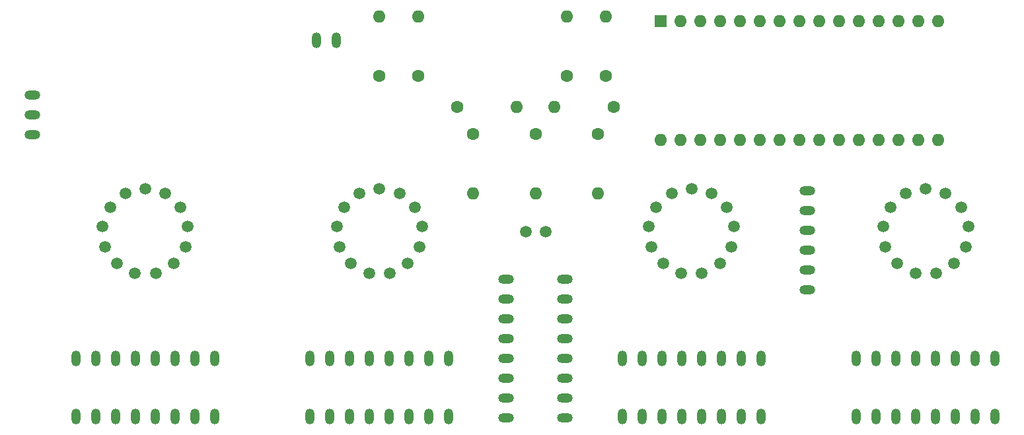
<source format=gts>
G04 #@! TF.GenerationSoftware,KiCad,Pcbnew,(5.1.12)-1*
G04 #@! TF.CreationDate,2021-12-29T20:31:44-05:00*
G04 #@! TF.ProjectId,Nixie_Clock,4e697869-655f-4436-9c6f-636b2e6b6963,1.0*
G04 #@! TF.SameCoordinates,Original*
G04 #@! TF.FileFunction,Soldermask,Top*
G04 #@! TF.FilePolarity,Negative*
%FSLAX46Y46*%
G04 Gerber Fmt 4.6, Leading zero omitted, Abs format (unit mm)*
G04 Created by KiCad (PCBNEW (5.1.12)-1) date 2021-12-29 20:31:44*
%MOMM*%
%LPD*%
G01*
G04 APERTURE LIST*
%ADD10O,1.200000X2.000000*%
%ADD11C,1.500000*%
%ADD12R,1.600000X1.600000*%
%ADD13O,1.600000X1.600000*%
%ADD14O,2.000000X1.200000*%
%ADD15C,1.600000*%
G04 APERTURE END LIST*
D10*
X28890000Y-16240000D03*
X28890000Y-23760000D03*
X26350000Y-16240000D03*
X26350000Y-23760000D03*
X23810000Y-16240000D03*
X23810000Y-23760000D03*
X21270000Y-16240000D03*
X21270000Y-23760000D03*
X18730000Y-16240000D03*
X18730000Y-23760000D03*
X16190000Y-16240000D03*
X16190000Y-23760000D03*
X13650000Y-16240000D03*
X13650000Y-23760000D03*
X11110000Y-16240000D03*
X11110000Y-23760000D03*
D11*
X50000000Y5500000D03*
X52555977Y4870008D03*
X54526411Y3124356D03*
X55459899Y662952D03*
X55142589Y-1950327D03*
X53647175Y-4116809D03*
X51316236Y-5340180D03*
X48683764Y-5340180D03*
X46352825Y-4116809D03*
X44857411Y-1950327D03*
X44540101Y662952D03*
X45473887Y3124356D03*
X47444023Y4870008D03*
D10*
X58890000Y-16240000D03*
X58890000Y-23760000D03*
X56350000Y-16240000D03*
X56350000Y-23760000D03*
X53810000Y-16240000D03*
X53810000Y-23760000D03*
X51270000Y-16240000D03*
X51270000Y-23760000D03*
X48730000Y-16240000D03*
X48730000Y-23760000D03*
X46190000Y-16240000D03*
X46190000Y-23760000D03*
X43650000Y-16240000D03*
X43650000Y-23760000D03*
X41110000Y-16240000D03*
X41110000Y-23760000D03*
D12*
X16000000Y27000000D03*
D13*
X49020000Y11760000D03*
X18540000Y27000000D03*
X46480000Y11760000D03*
X21080000Y27000000D03*
X43940000Y11760000D03*
X23620000Y27000000D03*
X41400000Y11760000D03*
X26160000Y27000000D03*
X38860000Y11760000D03*
X28700000Y27000000D03*
X36320000Y11760000D03*
X31240000Y27000000D03*
X33780000Y11760000D03*
X33780000Y27000000D03*
X31240000Y11760000D03*
X36320000Y27000000D03*
X28700000Y11760000D03*
X38860000Y27000000D03*
X26160000Y11760000D03*
X41400000Y27000000D03*
X23620000Y11760000D03*
X43940000Y27000000D03*
X21080000Y11760000D03*
X46480000Y27000000D03*
X18540000Y11760000D03*
X49020000Y27000000D03*
X16000000Y11760000D03*
X51560000Y27000000D03*
X51560000Y11760000D03*
D14*
X-64500000Y12460000D03*
X-64500000Y15000000D03*
X-64500000Y17540000D03*
D10*
X-28040000Y24500000D03*
X-25500000Y24500000D03*
D11*
X-52555977Y4870008D03*
X-54526113Y3124356D03*
X-55459899Y662952D03*
X-55142589Y-1950327D03*
X-53647175Y-4116809D03*
X-51316236Y-5340180D03*
X-48683764Y-5340180D03*
X-46352825Y-4116809D03*
X-44857411Y-1950327D03*
X-44540101Y662952D03*
X-45473589Y3124356D03*
X-47444023Y4870008D03*
X-50000000Y5500000D03*
D15*
X-20000000Y20000000D03*
D13*
X-20000000Y27620000D03*
X-15000000Y27620000D03*
D15*
X-15000000Y20000000D03*
X-8000000Y12500000D03*
D13*
X-8000000Y4880000D03*
D15*
X0Y12500000D03*
D13*
X0Y4880000D03*
X8000000Y4880000D03*
D15*
X8000000Y12500000D03*
D13*
X2380000Y16000000D03*
D15*
X10000000Y16000000D03*
X-10000000Y16000000D03*
D13*
X-2380000Y16000000D03*
D15*
X4000000Y20000000D03*
D13*
X4000000Y27620000D03*
X9000000Y27620000D03*
D15*
X9000000Y20000000D03*
D10*
X-41110000Y-16240000D03*
X-41110000Y-23760000D03*
X-43650000Y-16240000D03*
X-43650000Y-23760000D03*
X-46190000Y-16240000D03*
X-46190000Y-23760000D03*
X-48730000Y-16240000D03*
X-48730000Y-23760000D03*
X-51270000Y-16240000D03*
X-51270000Y-23760000D03*
X-53810000Y-16240000D03*
X-53810000Y-23760000D03*
X-56350000Y-16240000D03*
X-56350000Y-23760000D03*
X-58890000Y-16240000D03*
X-58890000Y-23760000D03*
X-28890000Y-23760000D03*
X-28890000Y-16240000D03*
X-26350000Y-23760000D03*
X-26350000Y-16240000D03*
X-23810000Y-23760000D03*
X-23810000Y-16240000D03*
X-21270000Y-23760000D03*
X-21270000Y-16240000D03*
X-18730000Y-23760000D03*
X-18730000Y-16240000D03*
X-16190000Y-23760000D03*
X-16190000Y-16240000D03*
X-13650000Y-23760000D03*
X-13650000Y-16240000D03*
X-11110000Y-23760000D03*
X-11110000Y-16240000D03*
D11*
X-20000000Y5500000D03*
X-17444023Y4870008D03*
X-15473589Y3124356D03*
X-14540101Y662952D03*
X-14857411Y-1950327D03*
X-16352825Y-4116809D03*
X-18683764Y-5340180D03*
X-21316236Y-5340180D03*
X-23647175Y-4116809D03*
X-25142589Y-1950327D03*
X-25459899Y662952D03*
X-24526113Y3124356D03*
X-22555977Y4870008D03*
D14*
X3760000Y-23890000D03*
X-3760000Y-23890000D03*
X3760000Y-21350000D03*
X-3760000Y-21350000D03*
X3760000Y-18810000D03*
X-3760000Y-18810000D03*
X3760000Y-16270000D03*
X-3760000Y-16270000D03*
X3760000Y-13730000D03*
X-3760000Y-13730000D03*
X3760000Y-11190000D03*
X-3760000Y-11190000D03*
X3760000Y-8650000D03*
X-3760000Y-8650000D03*
X3760000Y-6110000D03*
X-3760000Y-6110000D03*
D11*
X-1270000Y0D03*
X1270000Y0D03*
X17444023Y4870008D03*
X15473887Y3124356D03*
X14540101Y662952D03*
X14857411Y-1950327D03*
X16352825Y-4116809D03*
X18683764Y-5340180D03*
X21316236Y-5340180D03*
X23647175Y-4116809D03*
X25142589Y-1950327D03*
X25459899Y662952D03*
X24526411Y3124356D03*
X22555977Y4870008D03*
X20000000Y5500000D03*
D14*
X34848800Y5207000D03*
X34848800Y2667000D03*
X34848800Y127000D03*
X34848800Y-2413000D03*
X34848800Y-4953000D03*
X34848800Y-7493000D03*
M02*

</source>
